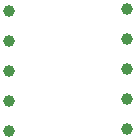
<source format=gbr>
%TF.GenerationSoftware,KiCad,Pcbnew,(6.0.4)*%
%TF.CreationDate,2023-08-09T14:30:09-04:00*%
%TF.ProjectId,MS32,4d533332-2e6b-4696-9361-645f70636258,rev?*%
%TF.SameCoordinates,Original*%
%TF.FileFunction,Plated,1,2,PTH,Drill*%
%TF.FilePolarity,Positive*%
%FSLAX46Y46*%
G04 Gerber Fmt 4.6, Leading zero omitted, Abs format (unit mm)*
G04 Created by KiCad (PCBNEW (6.0.4)) date 2023-08-09 14:30:09*
%MOMM*%
%LPD*%
G01*
G04 APERTURE LIST*
%TA.AperFunction,ComponentDrill*%
%ADD10C,1.000000*%
%TD*%
G04 APERTURE END LIST*
D10*
%TO.C,J1*%
X100850000Y-100500000D03*
X100850000Y-103040000D03*
X100850000Y-105580000D03*
X100850000Y-108120000D03*
X100850000Y-110660000D03*
%TO.C,J2*%
X110850000Y-100325000D03*
X110850000Y-102865000D03*
X110850000Y-105405000D03*
X110850000Y-107945000D03*
X110850000Y-110485000D03*
M02*

</source>
